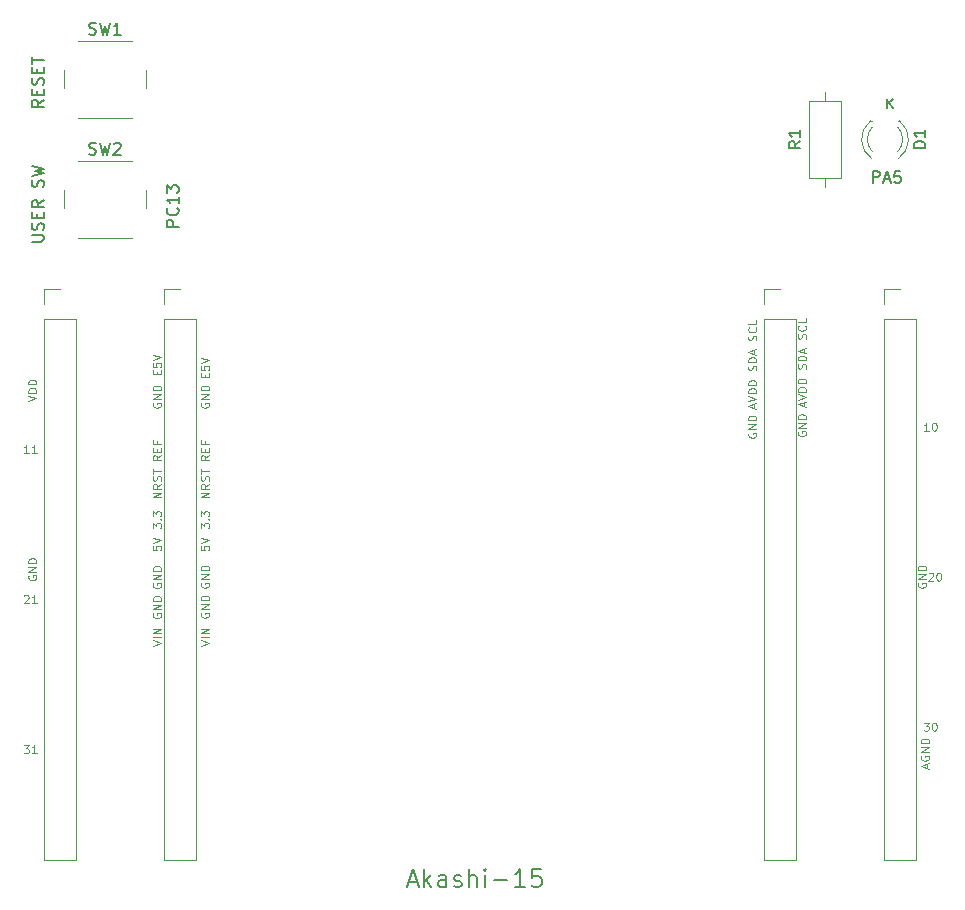
<source format=gbr>
G04 #@! TF.GenerationSoftware,KiCad,Pcbnew,7.0.2-6a45011f42~172~ubuntu22.04.1*
G04 #@! TF.CreationDate,2023-04-25T07:55:45+09:00*
G04 #@! TF.ProjectId,Akashi-15,416b6173-6869-42d3-9135-2e6b69636164,rev?*
G04 #@! TF.SameCoordinates,Original*
G04 #@! TF.FileFunction,Legend,Top*
G04 #@! TF.FilePolarity,Positive*
%FSLAX46Y46*%
G04 Gerber Fmt 4.6, Leading zero omitted, Abs format (unit mm)*
G04 Created by KiCad (PCBNEW 7.0.2-6a45011f42~172~ubuntu22.04.1) date 2023-04-25 07:55:45*
%MOMM*%
%LPD*%
G01*
G04 APERTURE LIST*
%ADD10C,0.200000*%
%ADD11C,0.120000*%
%ADD12C,0.150000*%
G04 APERTURE END LIST*
D10*
X147605714Y-137817857D02*
X148320000Y-137817857D01*
X147462857Y-138246428D02*
X147962857Y-136746428D01*
X147962857Y-136746428D02*
X148462857Y-138246428D01*
X148962856Y-138246428D02*
X148962856Y-136746428D01*
X149105714Y-137675000D02*
X149534285Y-138246428D01*
X149534285Y-137246428D02*
X148962856Y-137817857D01*
X150820000Y-138246428D02*
X150820000Y-137460714D01*
X150820000Y-137460714D02*
X150748571Y-137317857D01*
X150748571Y-137317857D02*
X150605714Y-137246428D01*
X150605714Y-137246428D02*
X150320000Y-137246428D01*
X150320000Y-137246428D02*
X150177142Y-137317857D01*
X150820000Y-138175000D02*
X150677142Y-138246428D01*
X150677142Y-138246428D02*
X150320000Y-138246428D01*
X150320000Y-138246428D02*
X150177142Y-138175000D01*
X150177142Y-138175000D02*
X150105714Y-138032142D01*
X150105714Y-138032142D02*
X150105714Y-137889285D01*
X150105714Y-137889285D02*
X150177142Y-137746428D01*
X150177142Y-137746428D02*
X150320000Y-137675000D01*
X150320000Y-137675000D02*
X150677142Y-137675000D01*
X150677142Y-137675000D02*
X150820000Y-137603571D01*
X151462857Y-138175000D02*
X151605714Y-138246428D01*
X151605714Y-138246428D02*
X151891428Y-138246428D01*
X151891428Y-138246428D02*
X152034285Y-138175000D01*
X152034285Y-138175000D02*
X152105714Y-138032142D01*
X152105714Y-138032142D02*
X152105714Y-137960714D01*
X152105714Y-137960714D02*
X152034285Y-137817857D01*
X152034285Y-137817857D02*
X151891428Y-137746428D01*
X151891428Y-137746428D02*
X151677143Y-137746428D01*
X151677143Y-137746428D02*
X151534285Y-137675000D01*
X151534285Y-137675000D02*
X151462857Y-137532142D01*
X151462857Y-137532142D02*
X151462857Y-137460714D01*
X151462857Y-137460714D02*
X151534285Y-137317857D01*
X151534285Y-137317857D02*
X151677143Y-137246428D01*
X151677143Y-137246428D02*
X151891428Y-137246428D01*
X151891428Y-137246428D02*
X152034285Y-137317857D01*
X152748571Y-138246428D02*
X152748571Y-136746428D01*
X153391429Y-138246428D02*
X153391429Y-137460714D01*
X153391429Y-137460714D02*
X153320000Y-137317857D01*
X153320000Y-137317857D02*
X153177143Y-137246428D01*
X153177143Y-137246428D02*
X152962857Y-137246428D01*
X152962857Y-137246428D02*
X152820000Y-137317857D01*
X152820000Y-137317857D02*
X152748571Y-137389285D01*
X154105714Y-138246428D02*
X154105714Y-137246428D01*
X154105714Y-136746428D02*
X154034286Y-136817857D01*
X154034286Y-136817857D02*
X154105714Y-136889285D01*
X154105714Y-136889285D02*
X154177143Y-136817857D01*
X154177143Y-136817857D02*
X154105714Y-136746428D01*
X154105714Y-136746428D02*
X154105714Y-136889285D01*
X154820000Y-137675000D02*
X155962858Y-137675000D01*
X157462858Y-138246428D02*
X156605715Y-138246428D01*
X157034286Y-138246428D02*
X157034286Y-136746428D01*
X157034286Y-136746428D02*
X156891429Y-136960714D01*
X156891429Y-136960714D02*
X156748572Y-137103571D01*
X156748572Y-137103571D02*
X156605715Y-137175000D01*
X158820000Y-136746428D02*
X158105714Y-136746428D01*
X158105714Y-136746428D02*
X158034286Y-137460714D01*
X158034286Y-137460714D02*
X158105714Y-137389285D01*
X158105714Y-137389285D02*
X158248572Y-137317857D01*
X158248572Y-137317857D02*
X158605714Y-137317857D01*
X158605714Y-137317857D02*
X158748572Y-137389285D01*
X158748572Y-137389285D02*
X158820000Y-137460714D01*
X158820000Y-137460714D02*
X158891429Y-137603571D01*
X158891429Y-137603571D02*
X158891429Y-137960714D01*
X158891429Y-137960714D02*
X158820000Y-138103571D01*
X158820000Y-138103571D02*
X158748572Y-138175000D01*
X158748572Y-138175000D02*
X158605714Y-138246428D01*
X158605714Y-138246428D02*
X158248572Y-138246428D01*
X158248572Y-138246428D02*
X158105714Y-138175000D01*
X158105714Y-138175000D02*
X158034286Y-138103571D01*
D11*
X176879333Y-97656666D02*
X176879333Y-97323333D01*
X177079333Y-97723333D02*
X176379333Y-97490000D01*
X176379333Y-97490000D02*
X177079333Y-97256666D01*
X176379333Y-97123333D02*
X177079333Y-96890000D01*
X177079333Y-96890000D02*
X176379333Y-96656666D01*
X177079333Y-96423333D02*
X176379333Y-96423333D01*
X176379333Y-96423333D02*
X176379333Y-96256666D01*
X176379333Y-96256666D02*
X176412666Y-96156666D01*
X176412666Y-96156666D02*
X176479333Y-96090000D01*
X176479333Y-96090000D02*
X176546000Y-96056666D01*
X176546000Y-96056666D02*
X176679333Y-96023333D01*
X176679333Y-96023333D02*
X176779333Y-96023333D01*
X176779333Y-96023333D02*
X176912666Y-96056666D01*
X176912666Y-96056666D02*
X176979333Y-96090000D01*
X176979333Y-96090000D02*
X177046000Y-96156666D01*
X177046000Y-96156666D02*
X177079333Y-96256666D01*
X177079333Y-96256666D02*
X177079333Y-96423333D01*
X177079333Y-95723333D02*
X176379333Y-95723333D01*
X176379333Y-95723333D02*
X176379333Y-95556666D01*
X176379333Y-95556666D02*
X176412666Y-95456666D01*
X176412666Y-95456666D02*
X176479333Y-95390000D01*
X176479333Y-95390000D02*
X176546000Y-95356666D01*
X176546000Y-95356666D02*
X176679333Y-95323333D01*
X176679333Y-95323333D02*
X176779333Y-95323333D01*
X176779333Y-95323333D02*
X176912666Y-95356666D01*
X176912666Y-95356666D02*
X176979333Y-95390000D01*
X176979333Y-95390000D02*
X177046000Y-95456666D01*
X177046000Y-95456666D02*
X177079333Y-95556666D01*
X177079333Y-95556666D02*
X177079333Y-95723333D01*
X191235000Y-124309333D02*
X191668333Y-124309333D01*
X191668333Y-124309333D02*
X191435000Y-124576000D01*
X191435000Y-124576000D02*
X191535000Y-124576000D01*
X191535000Y-124576000D02*
X191601666Y-124609333D01*
X191601666Y-124609333D02*
X191635000Y-124642666D01*
X191635000Y-124642666D02*
X191668333Y-124709333D01*
X191668333Y-124709333D02*
X191668333Y-124876000D01*
X191668333Y-124876000D02*
X191635000Y-124942666D01*
X191635000Y-124942666D02*
X191601666Y-124976000D01*
X191601666Y-124976000D02*
X191535000Y-125009333D01*
X191535000Y-125009333D02*
X191335000Y-125009333D01*
X191335000Y-125009333D02*
X191268333Y-124976000D01*
X191268333Y-124976000D02*
X191235000Y-124942666D01*
X192101667Y-124309333D02*
X192168333Y-124309333D01*
X192168333Y-124309333D02*
X192235000Y-124342666D01*
X192235000Y-124342666D02*
X192268333Y-124376000D01*
X192268333Y-124376000D02*
X192301667Y-124442666D01*
X192301667Y-124442666D02*
X192335000Y-124576000D01*
X192335000Y-124576000D02*
X192335000Y-124742666D01*
X192335000Y-124742666D02*
X192301667Y-124876000D01*
X192301667Y-124876000D02*
X192268333Y-124942666D01*
X192268333Y-124942666D02*
X192235000Y-124976000D01*
X192235000Y-124976000D02*
X192168333Y-125009333D01*
X192168333Y-125009333D02*
X192101667Y-125009333D01*
X192101667Y-125009333D02*
X192035000Y-124976000D01*
X192035000Y-124976000D02*
X192001667Y-124942666D01*
X192001667Y-124942666D02*
X191968333Y-124876000D01*
X191968333Y-124876000D02*
X191935000Y-124742666D01*
X191935000Y-124742666D02*
X191935000Y-124576000D01*
X191935000Y-124576000D02*
X191968333Y-124442666D01*
X191968333Y-124442666D02*
X192001667Y-124376000D01*
X192001667Y-124376000D02*
X192035000Y-124342666D01*
X192035000Y-124342666D02*
X192101667Y-124309333D01*
D12*
X115717619Y-83581904D02*
X116527142Y-83581904D01*
X116527142Y-83581904D02*
X116622380Y-83534285D01*
X116622380Y-83534285D02*
X116670000Y-83486666D01*
X116670000Y-83486666D02*
X116717619Y-83391428D01*
X116717619Y-83391428D02*
X116717619Y-83200952D01*
X116717619Y-83200952D02*
X116670000Y-83105714D01*
X116670000Y-83105714D02*
X116622380Y-83058095D01*
X116622380Y-83058095D02*
X116527142Y-83010476D01*
X116527142Y-83010476D02*
X115717619Y-83010476D01*
X116670000Y-82581904D02*
X116717619Y-82439047D01*
X116717619Y-82439047D02*
X116717619Y-82200952D01*
X116717619Y-82200952D02*
X116670000Y-82105714D01*
X116670000Y-82105714D02*
X116622380Y-82058095D01*
X116622380Y-82058095D02*
X116527142Y-82010476D01*
X116527142Y-82010476D02*
X116431904Y-82010476D01*
X116431904Y-82010476D02*
X116336666Y-82058095D01*
X116336666Y-82058095D02*
X116289047Y-82105714D01*
X116289047Y-82105714D02*
X116241428Y-82200952D01*
X116241428Y-82200952D02*
X116193809Y-82391428D01*
X116193809Y-82391428D02*
X116146190Y-82486666D01*
X116146190Y-82486666D02*
X116098571Y-82534285D01*
X116098571Y-82534285D02*
X116003333Y-82581904D01*
X116003333Y-82581904D02*
X115908095Y-82581904D01*
X115908095Y-82581904D02*
X115812857Y-82534285D01*
X115812857Y-82534285D02*
X115765238Y-82486666D01*
X115765238Y-82486666D02*
X115717619Y-82391428D01*
X115717619Y-82391428D02*
X115717619Y-82153333D01*
X115717619Y-82153333D02*
X115765238Y-82010476D01*
X116193809Y-81581904D02*
X116193809Y-81248571D01*
X116717619Y-81105714D02*
X116717619Y-81581904D01*
X116717619Y-81581904D02*
X115717619Y-81581904D01*
X115717619Y-81581904D02*
X115717619Y-81105714D01*
X116717619Y-80105714D02*
X116241428Y-80439047D01*
X116717619Y-80677142D02*
X115717619Y-80677142D01*
X115717619Y-80677142D02*
X115717619Y-80296190D01*
X115717619Y-80296190D02*
X115765238Y-80200952D01*
X115765238Y-80200952D02*
X115812857Y-80153333D01*
X115812857Y-80153333D02*
X115908095Y-80105714D01*
X115908095Y-80105714D02*
X116050952Y-80105714D01*
X116050952Y-80105714D02*
X116146190Y-80153333D01*
X116146190Y-80153333D02*
X116193809Y-80200952D01*
X116193809Y-80200952D02*
X116241428Y-80296190D01*
X116241428Y-80296190D02*
X116241428Y-80677142D01*
X116670000Y-78962856D02*
X116717619Y-78819999D01*
X116717619Y-78819999D02*
X116717619Y-78581904D01*
X116717619Y-78581904D02*
X116670000Y-78486666D01*
X116670000Y-78486666D02*
X116622380Y-78439047D01*
X116622380Y-78439047D02*
X116527142Y-78391428D01*
X116527142Y-78391428D02*
X116431904Y-78391428D01*
X116431904Y-78391428D02*
X116336666Y-78439047D01*
X116336666Y-78439047D02*
X116289047Y-78486666D01*
X116289047Y-78486666D02*
X116241428Y-78581904D01*
X116241428Y-78581904D02*
X116193809Y-78772380D01*
X116193809Y-78772380D02*
X116146190Y-78867618D01*
X116146190Y-78867618D02*
X116098571Y-78915237D01*
X116098571Y-78915237D02*
X116003333Y-78962856D01*
X116003333Y-78962856D02*
X115908095Y-78962856D01*
X115908095Y-78962856D02*
X115812857Y-78915237D01*
X115812857Y-78915237D02*
X115765238Y-78867618D01*
X115765238Y-78867618D02*
X115717619Y-78772380D01*
X115717619Y-78772380D02*
X115717619Y-78534285D01*
X115717619Y-78534285D02*
X115765238Y-78391428D01*
X115717619Y-78058094D02*
X116717619Y-77819999D01*
X116717619Y-77819999D02*
X116003333Y-77629523D01*
X116003333Y-77629523D02*
X116717619Y-77439047D01*
X116717619Y-77439047D02*
X115717619Y-77200952D01*
D11*
X130057666Y-112496666D02*
X130024333Y-112563333D01*
X130024333Y-112563333D02*
X130024333Y-112663333D01*
X130024333Y-112663333D02*
X130057666Y-112763333D01*
X130057666Y-112763333D02*
X130124333Y-112830000D01*
X130124333Y-112830000D02*
X130191000Y-112863333D01*
X130191000Y-112863333D02*
X130324333Y-112896666D01*
X130324333Y-112896666D02*
X130424333Y-112896666D01*
X130424333Y-112896666D02*
X130557666Y-112863333D01*
X130557666Y-112863333D02*
X130624333Y-112830000D01*
X130624333Y-112830000D02*
X130691000Y-112763333D01*
X130691000Y-112763333D02*
X130724333Y-112663333D01*
X130724333Y-112663333D02*
X130724333Y-112596666D01*
X130724333Y-112596666D02*
X130691000Y-112496666D01*
X130691000Y-112496666D02*
X130657666Y-112463333D01*
X130657666Y-112463333D02*
X130424333Y-112463333D01*
X130424333Y-112463333D02*
X130424333Y-112596666D01*
X130724333Y-112163333D02*
X130024333Y-112163333D01*
X130024333Y-112163333D02*
X130724333Y-111763333D01*
X130724333Y-111763333D02*
X130024333Y-111763333D01*
X130724333Y-111430000D02*
X130024333Y-111430000D01*
X130024333Y-111430000D02*
X130024333Y-111263333D01*
X130024333Y-111263333D02*
X130057666Y-111163333D01*
X130057666Y-111163333D02*
X130124333Y-111096667D01*
X130124333Y-111096667D02*
X130191000Y-111063333D01*
X130191000Y-111063333D02*
X130324333Y-111030000D01*
X130324333Y-111030000D02*
X130424333Y-111030000D01*
X130424333Y-111030000D02*
X130557666Y-111063333D01*
X130557666Y-111063333D02*
X130624333Y-111096667D01*
X130624333Y-111096667D02*
X130691000Y-111163333D01*
X130691000Y-111163333D02*
X130724333Y-111263333D01*
X130724333Y-111263333D02*
X130724333Y-111430000D01*
X130057666Y-115036666D02*
X130024333Y-115103333D01*
X130024333Y-115103333D02*
X130024333Y-115203333D01*
X130024333Y-115203333D02*
X130057666Y-115303333D01*
X130057666Y-115303333D02*
X130124333Y-115370000D01*
X130124333Y-115370000D02*
X130191000Y-115403333D01*
X130191000Y-115403333D02*
X130324333Y-115436666D01*
X130324333Y-115436666D02*
X130424333Y-115436666D01*
X130424333Y-115436666D02*
X130557666Y-115403333D01*
X130557666Y-115403333D02*
X130624333Y-115370000D01*
X130624333Y-115370000D02*
X130691000Y-115303333D01*
X130691000Y-115303333D02*
X130724333Y-115203333D01*
X130724333Y-115203333D02*
X130724333Y-115136666D01*
X130724333Y-115136666D02*
X130691000Y-115036666D01*
X130691000Y-115036666D02*
X130657666Y-115003333D01*
X130657666Y-115003333D02*
X130424333Y-115003333D01*
X130424333Y-115003333D02*
X130424333Y-115136666D01*
X130724333Y-114703333D02*
X130024333Y-114703333D01*
X130024333Y-114703333D02*
X130724333Y-114303333D01*
X130724333Y-114303333D02*
X130024333Y-114303333D01*
X130724333Y-113970000D02*
X130024333Y-113970000D01*
X130024333Y-113970000D02*
X130024333Y-113803333D01*
X130024333Y-113803333D02*
X130057666Y-113703333D01*
X130057666Y-113703333D02*
X130124333Y-113636667D01*
X130124333Y-113636667D02*
X130191000Y-113603333D01*
X130191000Y-113603333D02*
X130324333Y-113570000D01*
X130324333Y-113570000D02*
X130424333Y-113570000D01*
X130424333Y-113570000D02*
X130557666Y-113603333D01*
X130557666Y-113603333D02*
X130624333Y-113636667D01*
X130624333Y-113636667D02*
X130691000Y-113703333D01*
X130691000Y-113703333D02*
X130724333Y-113803333D01*
X130724333Y-113803333D02*
X130724333Y-113970000D01*
X130024333Y-117789333D02*
X130724333Y-117556000D01*
X130724333Y-117556000D02*
X130024333Y-117322666D01*
X130724333Y-117089333D02*
X130024333Y-117089333D01*
X130724333Y-116756000D02*
X130024333Y-116756000D01*
X130024333Y-116756000D02*
X130724333Y-116356000D01*
X130724333Y-116356000D02*
X130024333Y-116356000D01*
X130724333Y-105243333D02*
X130024333Y-105243333D01*
X130024333Y-105243333D02*
X130724333Y-104843333D01*
X130724333Y-104843333D02*
X130024333Y-104843333D01*
X130724333Y-104110000D02*
X130391000Y-104343333D01*
X130724333Y-104510000D02*
X130024333Y-104510000D01*
X130024333Y-104510000D02*
X130024333Y-104243333D01*
X130024333Y-104243333D02*
X130057666Y-104176667D01*
X130057666Y-104176667D02*
X130091000Y-104143333D01*
X130091000Y-104143333D02*
X130157666Y-104110000D01*
X130157666Y-104110000D02*
X130257666Y-104110000D01*
X130257666Y-104110000D02*
X130324333Y-104143333D01*
X130324333Y-104143333D02*
X130357666Y-104176667D01*
X130357666Y-104176667D02*
X130391000Y-104243333D01*
X130391000Y-104243333D02*
X130391000Y-104510000D01*
X130691000Y-103843333D02*
X130724333Y-103743333D01*
X130724333Y-103743333D02*
X130724333Y-103576667D01*
X130724333Y-103576667D02*
X130691000Y-103510000D01*
X130691000Y-103510000D02*
X130657666Y-103476667D01*
X130657666Y-103476667D02*
X130591000Y-103443333D01*
X130591000Y-103443333D02*
X130524333Y-103443333D01*
X130524333Y-103443333D02*
X130457666Y-103476667D01*
X130457666Y-103476667D02*
X130424333Y-103510000D01*
X130424333Y-103510000D02*
X130391000Y-103576667D01*
X130391000Y-103576667D02*
X130357666Y-103710000D01*
X130357666Y-103710000D02*
X130324333Y-103776667D01*
X130324333Y-103776667D02*
X130291000Y-103810000D01*
X130291000Y-103810000D02*
X130224333Y-103843333D01*
X130224333Y-103843333D02*
X130157666Y-103843333D01*
X130157666Y-103843333D02*
X130091000Y-103810000D01*
X130091000Y-103810000D02*
X130057666Y-103776667D01*
X130057666Y-103776667D02*
X130024333Y-103710000D01*
X130024333Y-103710000D02*
X130024333Y-103543333D01*
X130024333Y-103543333D02*
X130057666Y-103443333D01*
X130024333Y-103243333D02*
X130024333Y-102843333D01*
X130724333Y-103043333D02*
X130024333Y-103043333D01*
X115035000Y-126214333D02*
X115468333Y-126214333D01*
X115468333Y-126214333D02*
X115235000Y-126481000D01*
X115235000Y-126481000D02*
X115335000Y-126481000D01*
X115335000Y-126481000D02*
X115401666Y-126514333D01*
X115401666Y-126514333D02*
X115435000Y-126547666D01*
X115435000Y-126547666D02*
X115468333Y-126614333D01*
X115468333Y-126614333D02*
X115468333Y-126781000D01*
X115468333Y-126781000D02*
X115435000Y-126847666D01*
X115435000Y-126847666D02*
X115401666Y-126881000D01*
X115401666Y-126881000D02*
X115335000Y-126914333D01*
X115335000Y-126914333D02*
X115135000Y-126914333D01*
X115135000Y-126914333D02*
X115068333Y-126881000D01*
X115068333Y-126881000D02*
X115035000Y-126847666D01*
X116135000Y-126914333D02*
X115735000Y-126914333D01*
X115935000Y-126914333D02*
X115935000Y-126214333D01*
X115935000Y-126214333D02*
X115868333Y-126314333D01*
X115868333Y-126314333D02*
X115801667Y-126381000D01*
X115801667Y-126381000D02*
X115735000Y-126414333D01*
D12*
X128147619Y-82311904D02*
X127147619Y-82311904D01*
X127147619Y-82311904D02*
X127147619Y-81930952D01*
X127147619Y-81930952D02*
X127195238Y-81835714D01*
X127195238Y-81835714D02*
X127242857Y-81788095D01*
X127242857Y-81788095D02*
X127338095Y-81740476D01*
X127338095Y-81740476D02*
X127480952Y-81740476D01*
X127480952Y-81740476D02*
X127576190Y-81788095D01*
X127576190Y-81788095D02*
X127623809Y-81835714D01*
X127623809Y-81835714D02*
X127671428Y-81930952D01*
X127671428Y-81930952D02*
X127671428Y-82311904D01*
X128052380Y-80740476D02*
X128100000Y-80788095D01*
X128100000Y-80788095D02*
X128147619Y-80930952D01*
X128147619Y-80930952D02*
X128147619Y-81026190D01*
X128147619Y-81026190D02*
X128100000Y-81169047D01*
X128100000Y-81169047D02*
X128004761Y-81264285D01*
X128004761Y-81264285D02*
X127909523Y-81311904D01*
X127909523Y-81311904D02*
X127719047Y-81359523D01*
X127719047Y-81359523D02*
X127576190Y-81359523D01*
X127576190Y-81359523D02*
X127385714Y-81311904D01*
X127385714Y-81311904D02*
X127290476Y-81264285D01*
X127290476Y-81264285D02*
X127195238Y-81169047D01*
X127195238Y-81169047D02*
X127147619Y-81026190D01*
X127147619Y-81026190D02*
X127147619Y-80930952D01*
X127147619Y-80930952D02*
X127195238Y-80788095D01*
X127195238Y-80788095D02*
X127242857Y-80740476D01*
X128147619Y-79788095D02*
X128147619Y-80359523D01*
X128147619Y-80073809D02*
X127147619Y-80073809D01*
X127147619Y-80073809D02*
X127290476Y-80169047D01*
X127290476Y-80169047D02*
X127385714Y-80264285D01*
X127385714Y-80264285D02*
X127433333Y-80359523D01*
X127147619Y-79454761D02*
X127147619Y-78835714D01*
X127147619Y-78835714D02*
X127528571Y-79169047D01*
X127528571Y-79169047D02*
X127528571Y-79026190D01*
X127528571Y-79026190D02*
X127576190Y-78930952D01*
X127576190Y-78930952D02*
X127623809Y-78883333D01*
X127623809Y-78883333D02*
X127719047Y-78835714D01*
X127719047Y-78835714D02*
X127957142Y-78835714D01*
X127957142Y-78835714D02*
X128052380Y-78883333D01*
X128052380Y-78883333D02*
X128100000Y-78930952D01*
X128100000Y-78930952D02*
X128147619Y-79026190D01*
X128147619Y-79026190D02*
X128147619Y-79311904D01*
X128147619Y-79311904D02*
X128100000Y-79407142D01*
X128100000Y-79407142D02*
X128052380Y-79454761D01*
D11*
X181237000Y-91814666D02*
X181270333Y-91714666D01*
X181270333Y-91714666D02*
X181270333Y-91548000D01*
X181270333Y-91548000D02*
X181237000Y-91481333D01*
X181237000Y-91481333D02*
X181203666Y-91448000D01*
X181203666Y-91448000D02*
X181137000Y-91414666D01*
X181137000Y-91414666D02*
X181070333Y-91414666D01*
X181070333Y-91414666D02*
X181003666Y-91448000D01*
X181003666Y-91448000D02*
X180970333Y-91481333D01*
X180970333Y-91481333D02*
X180937000Y-91548000D01*
X180937000Y-91548000D02*
X180903666Y-91681333D01*
X180903666Y-91681333D02*
X180870333Y-91748000D01*
X180870333Y-91748000D02*
X180837000Y-91781333D01*
X180837000Y-91781333D02*
X180770333Y-91814666D01*
X180770333Y-91814666D02*
X180703666Y-91814666D01*
X180703666Y-91814666D02*
X180637000Y-91781333D01*
X180637000Y-91781333D02*
X180603666Y-91748000D01*
X180603666Y-91748000D02*
X180570333Y-91681333D01*
X180570333Y-91681333D02*
X180570333Y-91514666D01*
X180570333Y-91514666D02*
X180603666Y-91414666D01*
X181203666Y-90714666D02*
X181237000Y-90747999D01*
X181237000Y-90747999D02*
X181270333Y-90847999D01*
X181270333Y-90847999D02*
X181270333Y-90914666D01*
X181270333Y-90914666D02*
X181237000Y-91014666D01*
X181237000Y-91014666D02*
X181170333Y-91081333D01*
X181170333Y-91081333D02*
X181103666Y-91114666D01*
X181103666Y-91114666D02*
X180970333Y-91147999D01*
X180970333Y-91147999D02*
X180870333Y-91147999D01*
X180870333Y-91147999D02*
X180737000Y-91114666D01*
X180737000Y-91114666D02*
X180670333Y-91081333D01*
X180670333Y-91081333D02*
X180603666Y-91014666D01*
X180603666Y-91014666D02*
X180570333Y-90914666D01*
X180570333Y-90914666D02*
X180570333Y-90847999D01*
X180570333Y-90847999D02*
X180603666Y-90747999D01*
X180603666Y-90747999D02*
X180637000Y-90714666D01*
X181270333Y-90081333D02*
X181270333Y-90414666D01*
X181270333Y-90414666D02*
X180570333Y-90414666D01*
X126660333Y-105243333D02*
X125960333Y-105243333D01*
X125960333Y-105243333D02*
X126660333Y-104843333D01*
X126660333Y-104843333D02*
X125960333Y-104843333D01*
X126660333Y-104110000D02*
X126327000Y-104343333D01*
X126660333Y-104510000D02*
X125960333Y-104510000D01*
X125960333Y-104510000D02*
X125960333Y-104243333D01*
X125960333Y-104243333D02*
X125993666Y-104176667D01*
X125993666Y-104176667D02*
X126027000Y-104143333D01*
X126027000Y-104143333D02*
X126093666Y-104110000D01*
X126093666Y-104110000D02*
X126193666Y-104110000D01*
X126193666Y-104110000D02*
X126260333Y-104143333D01*
X126260333Y-104143333D02*
X126293666Y-104176667D01*
X126293666Y-104176667D02*
X126327000Y-104243333D01*
X126327000Y-104243333D02*
X126327000Y-104510000D01*
X126627000Y-103843333D02*
X126660333Y-103743333D01*
X126660333Y-103743333D02*
X126660333Y-103576667D01*
X126660333Y-103576667D02*
X126627000Y-103510000D01*
X126627000Y-103510000D02*
X126593666Y-103476667D01*
X126593666Y-103476667D02*
X126527000Y-103443333D01*
X126527000Y-103443333D02*
X126460333Y-103443333D01*
X126460333Y-103443333D02*
X126393666Y-103476667D01*
X126393666Y-103476667D02*
X126360333Y-103510000D01*
X126360333Y-103510000D02*
X126327000Y-103576667D01*
X126327000Y-103576667D02*
X126293666Y-103710000D01*
X126293666Y-103710000D02*
X126260333Y-103776667D01*
X126260333Y-103776667D02*
X126227000Y-103810000D01*
X126227000Y-103810000D02*
X126160333Y-103843333D01*
X126160333Y-103843333D02*
X126093666Y-103843333D01*
X126093666Y-103843333D02*
X126027000Y-103810000D01*
X126027000Y-103810000D02*
X125993666Y-103776667D01*
X125993666Y-103776667D02*
X125960333Y-103710000D01*
X125960333Y-103710000D02*
X125960333Y-103543333D01*
X125960333Y-103543333D02*
X125993666Y-103443333D01*
X125960333Y-103243333D02*
X125960333Y-102843333D01*
X126660333Y-103043333D02*
X125960333Y-103043333D01*
X181070333Y-97529666D02*
X181070333Y-97196333D01*
X181270333Y-97596333D02*
X180570333Y-97363000D01*
X180570333Y-97363000D02*
X181270333Y-97129666D01*
X180570333Y-96996333D02*
X181270333Y-96763000D01*
X181270333Y-96763000D02*
X180570333Y-96529666D01*
X181270333Y-96296333D02*
X180570333Y-96296333D01*
X180570333Y-96296333D02*
X180570333Y-96129666D01*
X180570333Y-96129666D02*
X180603666Y-96029666D01*
X180603666Y-96029666D02*
X180670333Y-95963000D01*
X180670333Y-95963000D02*
X180737000Y-95929666D01*
X180737000Y-95929666D02*
X180870333Y-95896333D01*
X180870333Y-95896333D02*
X180970333Y-95896333D01*
X180970333Y-95896333D02*
X181103666Y-95929666D01*
X181103666Y-95929666D02*
X181170333Y-95963000D01*
X181170333Y-95963000D02*
X181237000Y-96029666D01*
X181237000Y-96029666D02*
X181270333Y-96129666D01*
X181270333Y-96129666D02*
X181270333Y-96296333D01*
X181270333Y-95596333D02*
X180570333Y-95596333D01*
X180570333Y-95596333D02*
X180570333Y-95429666D01*
X180570333Y-95429666D02*
X180603666Y-95329666D01*
X180603666Y-95329666D02*
X180670333Y-95263000D01*
X180670333Y-95263000D02*
X180737000Y-95229666D01*
X180737000Y-95229666D02*
X180870333Y-95196333D01*
X180870333Y-95196333D02*
X180970333Y-95196333D01*
X180970333Y-95196333D02*
X181103666Y-95229666D01*
X181103666Y-95229666D02*
X181170333Y-95263000D01*
X181170333Y-95263000D02*
X181237000Y-95329666D01*
X181237000Y-95329666D02*
X181270333Y-95429666D01*
X181270333Y-95429666D02*
X181270333Y-95596333D01*
X126660333Y-101668333D02*
X126327000Y-101901666D01*
X126660333Y-102068333D02*
X125960333Y-102068333D01*
X125960333Y-102068333D02*
X125960333Y-101801666D01*
X125960333Y-101801666D02*
X125993666Y-101735000D01*
X125993666Y-101735000D02*
X126027000Y-101701666D01*
X126027000Y-101701666D02*
X126093666Y-101668333D01*
X126093666Y-101668333D02*
X126193666Y-101668333D01*
X126193666Y-101668333D02*
X126260333Y-101701666D01*
X126260333Y-101701666D02*
X126293666Y-101735000D01*
X126293666Y-101735000D02*
X126327000Y-101801666D01*
X126327000Y-101801666D02*
X126327000Y-102068333D01*
X126293666Y-101368333D02*
X126293666Y-101135000D01*
X126660333Y-101035000D02*
X126660333Y-101368333D01*
X126660333Y-101368333D02*
X125960333Y-101368333D01*
X125960333Y-101368333D02*
X125960333Y-101035000D01*
X126293666Y-100501667D02*
X126293666Y-100735000D01*
X126660333Y-100735000D02*
X125960333Y-100735000D01*
X125960333Y-100735000D02*
X125960333Y-100401667D01*
X115419333Y-97088333D02*
X116119333Y-96855000D01*
X116119333Y-96855000D02*
X115419333Y-96621666D01*
X116119333Y-96388333D02*
X115419333Y-96388333D01*
X115419333Y-96388333D02*
X115419333Y-96221666D01*
X115419333Y-96221666D02*
X115452666Y-96121666D01*
X115452666Y-96121666D02*
X115519333Y-96055000D01*
X115519333Y-96055000D02*
X115586000Y-96021666D01*
X115586000Y-96021666D02*
X115719333Y-95988333D01*
X115719333Y-95988333D02*
X115819333Y-95988333D01*
X115819333Y-95988333D02*
X115952666Y-96021666D01*
X115952666Y-96021666D02*
X116019333Y-96055000D01*
X116019333Y-96055000D02*
X116086000Y-96121666D01*
X116086000Y-96121666D02*
X116119333Y-96221666D01*
X116119333Y-96221666D02*
X116119333Y-96388333D01*
X116119333Y-95688333D02*
X115419333Y-95688333D01*
X115419333Y-95688333D02*
X115419333Y-95521666D01*
X115419333Y-95521666D02*
X115452666Y-95421666D01*
X115452666Y-95421666D02*
X115519333Y-95355000D01*
X115519333Y-95355000D02*
X115586000Y-95321666D01*
X115586000Y-95321666D02*
X115719333Y-95288333D01*
X115719333Y-95288333D02*
X115819333Y-95288333D01*
X115819333Y-95288333D02*
X115952666Y-95321666D01*
X115952666Y-95321666D02*
X116019333Y-95355000D01*
X116019333Y-95355000D02*
X116086000Y-95421666D01*
X116086000Y-95421666D02*
X116119333Y-95521666D01*
X116119333Y-95521666D02*
X116119333Y-95688333D01*
X125993666Y-115066666D02*
X125960333Y-115133333D01*
X125960333Y-115133333D02*
X125960333Y-115233333D01*
X125960333Y-115233333D02*
X125993666Y-115333333D01*
X125993666Y-115333333D02*
X126060333Y-115400000D01*
X126060333Y-115400000D02*
X126127000Y-115433333D01*
X126127000Y-115433333D02*
X126260333Y-115466666D01*
X126260333Y-115466666D02*
X126360333Y-115466666D01*
X126360333Y-115466666D02*
X126493666Y-115433333D01*
X126493666Y-115433333D02*
X126560333Y-115400000D01*
X126560333Y-115400000D02*
X126627000Y-115333333D01*
X126627000Y-115333333D02*
X126660333Y-115233333D01*
X126660333Y-115233333D02*
X126660333Y-115166666D01*
X126660333Y-115166666D02*
X126627000Y-115066666D01*
X126627000Y-115066666D02*
X126593666Y-115033333D01*
X126593666Y-115033333D02*
X126360333Y-115033333D01*
X126360333Y-115033333D02*
X126360333Y-115166666D01*
X126660333Y-114733333D02*
X125960333Y-114733333D01*
X125960333Y-114733333D02*
X126660333Y-114333333D01*
X126660333Y-114333333D02*
X125960333Y-114333333D01*
X126660333Y-114000000D02*
X125960333Y-114000000D01*
X125960333Y-114000000D02*
X125960333Y-113833333D01*
X125960333Y-113833333D02*
X125993666Y-113733333D01*
X125993666Y-113733333D02*
X126060333Y-113666667D01*
X126060333Y-113666667D02*
X126127000Y-113633333D01*
X126127000Y-113633333D02*
X126260333Y-113600000D01*
X126260333Y-113600000D02*
X126360333Y-113600000D01*
X126360333Y-113600000D02*
X126493666Y-113633333D01*
X126493666Y-113633333D02*
X126560333Y-113666667D01*
X126560333Y-113666667D02*
X126627000Y-113733333D01*
X126627000Y-113733333D02*
X126660333Y-113833333D01*
X126660333Y-113833333D02*
X126660333Y-114000000D01*
X126293666Y-94829333D02*
X126293666Y-94596000D01*
X126660333Y-94496000D02*
X126660333Y-94829333D01*
X126660333Y-94829333D02*
X125960333Y-94829333D01*
X125960333Y-94829333D02*
X125960333Y-94496000D01*
X125960333Y-93862667D02*
X125960333Y-94196000D01*
X125960333Y-94196000D02*
X126293666Y-94229333D01*
X126293666Y-94229333D02*
X126260333Y-94196000D01*
X126260333Y-94196000D02*
X126227000Y-94129333D01*
X126227000Y-94129333D02*
X126227000Y-93962667D01*
X126227000Y-93962667D02*
X126260333Y-93896000D01*
X126260333Y-93896000D02*
X126293666Y-93862667D01*
X126293666Y-93862667D02*
X126360333Y-93829333D01*
X126360333Y-93829333D02*
X126527000Y-93829333D01*
X126527000Y-93829333D02*
X126593666Y-93862667D01*
X126593666Y-93862667D02*
X126627000Y-93896000D01*
X126627000Y-93896000D02*
X126660333Y-93962667D01*
X126660333Y-93962667D02*
X126660333Y-94129333D01*
X126660333Y-94129333D02*
X126627000Y-94196000D01*
X126627000Y-94196000D02*
X126593666Y-94229333D01*
X125960333Y-93629333D02*
X126660333Y-93396000D01*
X126660333Y-93396000D02*
X125960333Y-93162666D01*
X181237000Y-94354666D02*
X181270333Y-94254666D01*
X181270333Y-94254666D02*
X181270333Y-94088000D01*
X181270333Y-94088000D02*
X181237000Y-94021333D01*
X181237000Y-94021333D02*
X181203666Y-93988000D01*
X181203666Y-93988000D02*
X181137000Y-93954666D01*
X181137000Y-93954666D02*
X181070333Y-93954666D01*
X181070333Y-93954666D02*
X181003666Y-93988000D01*
X181003666Y-93988000D02*
X180970333Y-94021333D01*
X180970333Y-94021333D02*
X180937000Y-94088000D01*
X180937000Y-94088000D02*
X180903666Y-94221333D01*
X180903666Y-94221333D02*
X180870333Y-94288000D01*
X180870333Y-94288000D02*
X180837000Y-94321333D01*
X180837000Y-94321333D02*
X180770333Y-94354666D01*
X180770333Y-94354666D02*
X180703666Y-94354666D01*
X180703666Y-94354666D02*
X180637000Y-94321333D01*
X180637000Y-94321333D02*
X180603666Y-94288000D01*
X180603666Y-94288000D02*
X180570333Y-94221333D01*
X180570333Y-94221333D02*
X180570333Y-94054666D01*
X180570333Y-94054666D02*
X180603666Y-93954666D01*
X181270333Y-93654666D02*
X180570333Y-93654666D01*
X180570333Y-93654666D02*
X180570333Y-93487999D01*
X180570333Y-93487999D02*
X180603666Y-93387999D01*
X180603666Y-93387999D02*
X180670333Y-93321333D01*
X180670333Y-93321333D02*
X180737000Y-93287999D01*
X180737000Y-93287999D02*
X180870333Y-93254666D01*
X180870333Y-93254666D02*
X180970333Y-93254666D01*
X180970333Y-93254666D02*
X181103666Y-93287999D01*
X181103666Y-93287999D02*
X181170333Y-93321333D01*
X181170333Y-93321333D02*
X181237000Y-93387999D01*
X181237000Y-93387999D02*
X181270333Y-93487999D01*
X181270333Y-93487999D02*
X181270333Y-93654666D01*
X181070333Y-92987999D02*
X181070333Y-92654666D01*
X181270333Y-93054666D02*
X180570333Y-92821333D01*
X180570333Y-92821333D02*
X181270333Y-92587999D01*
X130057666Y-97256666D02*
X130024333Y-97323333D01*
X130024333Y-97323333D02*
X130024333Y-97423333D01*
X130024333Y-97423333D02*
X130057666Y-97523333D01*
X130057666Y-97523333D02*
X130124333Y-97590000D01*
X130124333Y-97590000D02*
X130191000Y-97623333D01*
X130191000Y-97623333D02*
X130324333Y-97656666D01*
X130324333Y-97656666D02*
X130424333Y-97656666D01*
X130424333Y-97656666D02*
X130557666Y-97623333D01*
X130557666Y-97623333D02*
X130624333Y-97590000D01*
X130624333Y-97590000D02*
X130691000Y-97523333D01*
X130691000Y-97523333D02*
X130724333Y-97423333D01*
X130724333Y-97423333D02*
X130724333Y-97356666D01*
X130724333Y-97356666D02*
X130691000Y-97256666D01*
X130691000Y-97256666D02*
X130657666Y-97223333D01*
X130657666Y-97223333D02*
X130424333Y-97223333D01*
X130424333Y-97223333D02*
X130424333Y-97356666D01*
X130724333Y-96923333D02*
X130024333Y-96923333D01*
X130024333Y-96923333D02*
X130724333Y-96523333D01*
X130724333Y-96523333D02*
X130024333Y-96523333D01*
X130724333Y-96190000D02*
X130024333Y-96190000D01*
X130024333Y-96190000D02*
X130024333Y-96023333D01*
X130024333Y-96023333D02*
X130057666Y-95923333D01*
X130057666Y-95923333D02*
X130124333Y-95856667D01*
X130124333Y-95856667D02*
X130191000Y-95823333D01*
X130191000Y-95823333D02*
X130324333Y-95790000D01*
X130324333Y-95790000D02*
X130424333Y-95790000D01*
X130424333Y-95790000D02*
X130557666Y-95823333D01*
X130557666Y-95823333D02*
X130624333Y-95856667D01*
X130624333Y-95856667D02*
X130691000Y-95923333D01*
X130691000Y-95923333D02*
X130724333Y-96023333D01*
X130724333Y-96023333D02*
X130724333Y-96190000D01*
X177046000Y-94481666D02*
X177079333Y-94381666D01*
X177079333Y-94381666D02*
X177079333Y-94215000D01*
X177079333Y-94215000D02*
X177046000Y-94148333D01*
X177046000Y-94148333D02*
X177012666Y-94115000D01*
X177012666Y-94115000D02*
X176946000Y-94081666D01*
X176946000Y-94081666D02*
X176879333Y-94081666D01*
X176879333Y-94081666D02*
X176812666Y-94115000D01*
X176812666Y-94115000D02*
X176779333Y-94148333D01*
X176779333Y-94148333D02*
X176746000Y-94215000D01*
X176746000Y-94215000D02*
X176712666Y-94348333D01*
X176712666Y-94348333D02*
X176679333Y-94415000D01*
X176679333Y-94415000D02*
X176646000Y-94448333D01*
X176646000Y-94448333D02*
X176579333Y-94481666D01*
X176579333Y-94481666D02*
X176512666Y-94481666D01*
X176512666Y-94481666D02*
X176446000Y-94448333D01*
X176446000Y-94448333D02*
X176412666Y-94415000D01*
X176412666Y-94415000D02*
X176379333Y-94348333D01*
X176379333Y-94348333D02*
X176379333Y-94181666D01*
X176379333Y-94181666D02*
X176412666Y-94081666D01*
X177079333Y-93781666D02*
X176379333Y-93781666D01*
X176379333Y-93781666D02*
X176379333Y-93614999D01*
X176379333Y-93614999D02*
X176412666Y-93514999D01*
X176412666Y-93514999D02*
X176479333Y-93448333D01*
X176479333Y-93448333D02*
X176546000Y-93414999D01*
X176546000Y-93414999D02*
X176679333Y-93381666D01*
X176679333Y-93381666D02*
X176779333Y-93381666D01*
X176779333Y-93381666D02*
X176912666Y-93414999D01*
X176912666Y-93414999D02*
X176979333Y-93448333D01*
X176979333Y-93448333D02*
X177046000Y-93514999D01*
X177046000Y-93514999D02*
X177079333Y-93614999D01*
X177079333Y-93614999D02*
X177079333Y-93781666D01*
X176879333Y-93114999D02*
X176879333Y-92781666D01*
X177079333Y-93181666D02*
X176379333Y-92948333D01*
X176379333Y-92948333D02*
X177079333Y-92714999D01*
X115468333Y-101514333D02*
X115068333Y-101514333D01*
X115268333Y-101514333D02*
X115268333Y-100814333D01*
X115268333Y-100814333D02*
X115201666Y-100914333D01*
X115201666Y-100914333D02*
X115135000Y-100981000D01*
X115135000Y-100981000D02*
X115068333Y-101014333D01*
X116135000Y-101514333D02*
X115735000Y-101514333D01*
X115935000Y-101514333D02*
X115935000Y-100814333D01*
X115935000Y-100814333D02*
X115868333Y-100914333D01*
X115868333Y-100914333D02*
X115801667Y-100981000D01*
X115801667Y-100981000D02*
X115735000Y-101014333D01*
X191484333Y-128136666D02*
X191484333Y-127803333D01*
X191684333Y-128203333D02*
X190984333Y-127970000D01*
X190984333Y-127970000D02*
X191684333Y-127736666D01*
X191017666Y-127136666D02*
X190984333Y-127203333D01*
X190984333Y-127203333D02*
X190984333Y-127303333D01*
X190984333Y-127303333D02*
X191017666Y-127403333D01*
X191017666Y-127403333D02*
X191084333Y-127470000D01*
X191084333Y-127470000D02*
X191151000Y-127503333D01*
X191151000Y-127503333D02*
X191284333Y-127536666D01*
X191284333Y-127536666D02*
X191384333Y-127536666D01*
X191384333Y-127536666D02*
X191517666Y-127503333D01*
X191517666Y-127503333D02*
X191584333Y-127470000D01*
X191584333Y-127470000D02*
X191651000Y-127403333D01*
X191651000Y-127403333D02*
X191684333Y-127303333D01*
X191684333Y-127303333D02*
X191684333Y-127236666D01*
X191684333Y-127236666D02*
X191651000Y-127136666D01*
X191651000Y-127136666D02*
X191617666Y-127103333D01*
X191617666Y-127103333D02*
X191384333Y-127103333D01*
X191384333Y-127103333D02*
X191384333Y-127236666D01*
X191684333Y-126803333D02*
X190984333Y-126803333D01*
X190984333Y-126803333D02*
X191684333Y-126403333D01*
X191684333Y-126403333D02*
X190984333Y-126403333D01*
X191684333Y-126070000D02*
X190984333Y-126070000D01*
X190984333Y-126070000D02*
X190984333Y-125903333D01*
X190984333Y-125903333D02*
X191017666Y-125803333D01*
X191017666Y-125803333D02*
X191084333Y-125736667D01*
X191084333Y-125736667D02*
X191151000Y-125703333D01*
X191151000Y-125703333D02*
X191284333Y-125670000D01*
X191284333Y-125670000D02*
X191384333Y-125670000D01*
X191384333Y-125670000D02*
X191517666Y-125703333D01*
X191517666Y-125703333D02*
X191584333Y-125736667D01*
X191584333Y-125736667D02*
X191651000Y-125803333D01*
X191651000Y-125803333D02*
X191684333Y-125903333D01*
X191684333Y-125903333D02*
X191684333Y-126070000D01*
X176412666Y-99796666D02*
X176379333Y-99863333D01*
X176379333Y-99863333D02*
X176379333Y-99963333D01*
X176379333Y-99963333D02*
X176412666Y-100063333D01*
X176412666Y-100063333D02*
X176479333Y-100130000D01*
X176479333Y-100130000D02*
X176546000Y-100163333D01*
X176546000Y-100163333D02*
X176679333Y-100196666D01*
X176679333Y-100196666D02*
X176779333Y-100196666D01*
X176779333Y-100196666D02*
X176912666Y-100163333D01*
X176912666Y-100163333D02*
X176979333Y-100130000D01*
X176979333Y-100130000D02*
X177046000Y-100063333D01*
X177046000Y-100063333D02*
X177079333Y-99963333D01*
X177079333Y-99963333D02*
X177079333Y-99896666D01*
X177079333Y-99896666D02*
X177046000Y-99796666D01*
X177046000Y-99796666D02*
X177012666Y-99763333D01*
X177012666Y-99763333D02*
X176779333Y-99763333D01*
X176779333Y-99763333D02*
X176779333Y-99896666D01*
X177079333Y-99463333D02*
X176379333Y-99463333D01*
X176379333Y-99463333D02*
X177079333Y-99063333D01*
X177079333Y-99063333D02*
X176379333Y-99063333D01*
X177079333Y-98730000D02*
X176379333Y-98730000D01*
X176379333Y-98730000D02*
X176379333Y-98563333D01*
X176379333Y-98563333D02*
X176412666Y-98463333D01*
X176412666Y-98463333D02*
X176479333Y-98396667D01*
X176479333Y-98396667D02*
X176546000Y-98363333D01*
X176546000Y-98363333D02*
X176679333Y-98330000D01*
X176679333Y-98330000D02*
X176779333Y-98330000D01*
X176779333Y-98330000D02*
X176912666Y-98363333D01*
X176912666Y-98363333D02*
X176979333Y-98396667D01*
X176979333Y-98396667D02*
X177046000Y-98463333D01*
X177046000Y-98463333D02*
X177079333Y-98563333D01*
X177079333Y-98563333D02*
X177079333Y-98730000D01*
X191668333Y-99609333D02*
X191268333Y-99609333D01*
X191468333Y-99609333D02*
X191468333Y-98909333D01*
X191468333Y-98909333D02*
X191401666Y-99009333D01*
X191401666Y-99009333D02*
X191335000Y-99076000D01*
X191335000Y-99076000D02*
X191268333Y-99109333D01*
X192101667Y-98909333D02*
X192168333Y-98909333D01*
X192168333Y-98909333D02*
X192235000Y-98942666D01*
X192235000Y-98942666D02*
X192268333Y-98976000D01*
X192268333Y-98976000D02*
X192301667Y-99042666D01*
X192301667Y-99042666D02*
X192335000Y-99176000D01*
X192335000Y-99176000D02*
X192335000Y-99342666D01*
X192335000Y-99342666D02*
X192301667Y-99476000D01*
X192301667Y-99476000D02*
X192268333Y-99542666D01*
X192268333Y-99542666D02*
X192235000Y-99576000D01*
X192235000Y-99576000D02*
X192168333Y-99609333D01*
X192168333Y-99609333D02*
X192101667Y-99609333D01*
X192101667Y-99609333D02*
X192035000Y-99576000D01*
X192035000Y-99576000D02*
X192001667Y-99542666D01*
X192001667Y-99542666D02*
X191968333Y-99476000D01*
X191968333Y-99476000D02*
X191935000Y-99342666D01*
X191935000Y-99342666D02*
X191935000Y-99176000D01*
X191935000Y-99176000D02*
X191968333Y-99042666D01*
X191968333Y-99042666D02*
X192001667Y-98976000D01*
X192001667Y-98976000D02*
X192035000Y-98942666D01*
X192035000Y-98942666D02*
X192101667Y-98909333D01*
D12*
X186928095Y-78617619D02*
X186928095Y-77617619D01*
X186928095Y-77617619D02*
X187309047Y-77617619D01*
X187309047Y-77617619D02*
X187404285Y-77665238D01*
X187404285Y-77665238D02*
X187451904Y-77712857D01*
X187451904Y-77712857D02*
X187499523Y-77808095D01*
X187499523Y-77808095D02*
X187499523Y-77950952D01*
X187499523Y-77950952D02*
X187451904Y-78046190D01*
X187451904Y-78046190D02*
X187404285Y-78093809D01*
X187404285Y-78093809D02*
X187309047Y-78141428D01*
X187309047Y-78141428D02*
X186928095Y-78141428D01*
X187880476Y-78331904D02*
X188356666Y-78331904D01*
X187785238Y-78617619D02*
X188118571Y-77617619D01*
X188118571Y-77617619D02*
X188451904Y-78617619D01*
X189261428Y-77617619D02*
X188785238Y-77617619D01*
X188785238Y-77617619D02*
X188737619Y-78093809D01*
X188737619Y-78093809D02*
X188785238Y-78046190D01*
X188785238Y-78046190D02*
X188880476Y-77998571D01*
X188880476Y-77998571D02*
X189118571Y-77998571D01*
X189118571Y-77998571D02*
X189213809Y-78046190D01*
X189213809Y-78046190D02*
X189261428Y-78093809D01*
X189261428Y-78093809D02*
X189309047Y-78189047D01*
X189309047Y-78189047D02*
X189309047Y-78427142D01*
X189309047Y-78427142D02*
X189261428Y-78522380D01*
X189261428Y-78522380D02*
X189213809Y-78570000D01*
X189213809Y-78570000D02*
X189118571Y-78617619D01*
X189118571Y-78617619D02*
X188880476Y-78617619D01*
X188880476Y-78617619D02*
X188785238Y-78570000D01*
X188785238Y-78570000D02*
X188737619Y-78522380D01*
D11*
X191649333Y-111676000D02*
X191682666Y-111642666D01*
X191682666Y-111642666D02*
X191749333Y-111609333D01*
X191749333Y-111609333D02*
X191916000Y-111609333D01*
X191916000Y-111609333D02*
X191982666Y-111642666D01*
X191982666Y-111642666D02*
X192016000Y-111676000D01*
X192016000Y-111676000D02*
X192049333Y-111742666D01*
X192049333Y-111742666D02*
X192049333Y-111809333D01*
X192049333Y-111809333D02*
X192016000Y-111909333D01*
X192016000Y-111909333D02*
X191616000Y-112309333D01*
X191616000Y-112309333D02*
X192049333Y-112309333D01*
X192482667Y-111609333D02*
X192549333Y-111609333D01*
X192549333Y-111609333D02*
X192616000Y-111642666D01*
X192616000Y-111642666D02*
X192649333Y-111676000D01*
X192649333Y-111676000D02*
X192682667Y-111742666D01*
X192682667Y-111742666D02*
X192716000Y-111876000D01*
X192716000Y-111876000D02*
X192716000Y-112042666D01*
X192716000Y-112042666D02*
X192682667Y-112176000D01*
X192682667Y-112176000D02*
X192649333Y-112242666D01*
X192649333Y-112242666D02*
X192616000Y-112276000D01*
X192616000Y-112276000D02*
X192549333Y-112309333D01*
X192549333Y-112309333D02*
X192482667Y-112309333D01*
X192482667Y-112309333D02*
X192416000Y-112276000D01*
X192416000Y-112276000D02*
X192382667Y-112242666D01*
X192382667Y-112242666D02*
X192349333Y-112176000D01*
X192349333Y-112176000D02*
X192316000Y-112042666D01*
X192316000Y-112042666D02*
X192316000Y-111876000D01*
X192316000Y-111876000D02*
X192349333Y-111742666D01*
X192349333Y-111742666D02*
X192382667Y-111676000D01*
X192382667Y-111676000D02*
X192416000Y-111642666D01*
X192416000Y-111642666D02*
X192482667Y-111609333D01*
X115452666Y-111861666D02*
X115419333Y-111928333D01*
X115419333Y-111928333D02*
X115419333Y-112028333D01*
X115419333Y-112028333D02*
X115452666Y-112128333D01*
X115452666Y-112128333D02*
X115519333Y-112195000D01*
X115519333Y-112195000D02*
X115586000Y-112228333D01*
X115586000Y-112228333D02*
X115719333Y-112261666D01*
X115719333Y-112261666D02*
X115819333Y-112261666D01*
X115819333Y-112261666D02*
X115952666Y-112228333D01*
X115952666Y-112228333D02*
X116019333Y-112195000D01*
X116019333Y-112195000D02*
X116086000Y-112128333D01*
X116086000Y-112128333D02*
X116119333Y-112028333D01*
X116119333Y-112028333D02*
X116119333Y-111961666D01*
X116119333Y-111961666D02*
X116086000Y-111861666D01*
X116086000Y-111861666D02*
X116052666Y-111828333D01*
X116052666Y-111828333D02*
X115819333Y-111828333D01*
X115819333Y-111828333D02*
X115819333Y-111961666D01*
X116119333Y-111528333D02*
X115419333Y-111528333D01*
X115419333Y-111528333D02*
X116119333Y-111128333D01*
X116119333Y-111128333D02*
X115419333Y-111128333D01*
X116119333Y-110795000D02*
X115419333Y-110795000D01*
X115419333Y-110795000D02*
X115419333Y-110628333D01*
X115419333Y-110628333D02*
X115452666Y-110528333D01*
X115452666Y-110528333D02*
X115519333Y-110461667D01*
X115519333Y-110461667D02*
X115586000Y-110428333D01*
X115586000Y-110428333D02*
X115719333Y-110395000D01*
X115719333Y-110395000D02*
X115819333Y-110395000D01*
X115819333Y-110395000D02*
X115952666Y-110428333D01*
X115952666Y-110428333D02*
X116019333Y-110461667D01*
X116019333Y-110461667D02*
X116086000Y-110528333D01*
X116086000Y-110528333D02*
X116119333Y-110628333D01*
X116119333Y-110628333D02*
X116119333Y-110795000D01*
D12*
X188150476Y-72292095D02*
X188150476Y-71492095D01*
X188607619Y-72292095D02*
X188264761Y-71834952D01*
X188607619Y-71492095D02*
X188150476Y-71949238D01*
D11*
X125993666Y-97256666D02*
X125960333Y-97323333D01*
X125960333Y-97323333D02*
X125960333Y-97423333D01*
X125960333Y-97423333D02*
X125993666Y-97523333D01*
X125993666Y-97523333D02*
X126060333Y-97590000D01*
X126060333Y-97590000D02*
X126127000Y-97623333D01*
X126127000Y-97623333D02*
X126260333Y-97656666D01*
X126260333Y-97656666D02*
X126360333Y-97656666D01*
X126360333Y-97656666D02*
X126493666Y-97623333D01*
X126493666Y-97623333D02*
X126560333Y-97590000D01*
X126560333Y-97590000D02*
X126627000Y-97523333D01*
X126627000Y-97523333D02*
X126660333Y-97423333D01*
X126660333Y-97423333D02*
X126660333Y-97356666D01*
X126660333Y-97356666D02*
X126627000Y-97256666D01*
X126627000Y-97256666D02*
X126593666Y-97223333D01*
X126593666Y-97223333D02*
X126360333Y-97223333D01*
X126360333Y-97223333D02*
X126360333Y-97356666D01*
X126660333Y-96923333D02*
X125960333Y-96923333D01*
X125960333Y-96923333D02*
X126660333Y-96523333D01*
X126660333Y-96523333D02*
X125960333Y-96523333D01*
X126660333Y-96190000D02*
X125960333Y-96190000D01*
X125960333Y-96190000D02*
X125960333Y-96023333D01*
X125960333Y-96023333D02*
X125993666Y-95923333D01*
X125993666Y-95923333D02*
X126060333Y-95856667D01*
X126060333Y-95856667D02*
X126127000Y-95823333D01*
X126127000Y-95823333D02*
X126260333Y-95790000D01*
X126260333Y-95790000D02*
X126360333Y-95790000D01*
X126360333Y-95790000D02*
X126493666Y-95823333D01*
X126493666Y-95823333D02*
X126560333Y-95856667D01*
X126560333Y-95856667D02*
X126627000Y-95923333D01*
X126627000Y-95923333D02*
X126660333Y-96023333D01*
X126660333Y-96023333D02*
X126660333Y-96190000D01*
X125960333Y-107850000D02*
X125960333Y-107416666D01*
X125960333Y-107416666D02*
X126227000Y-107650000D01*
X126227000Y-107650000D02*
X126227000Y-107550000D01*
X126227000Y-107550000D02*
X126260333Y-107483333D01*
X126260333Y-107483333D02*
X126293666Y-107450000D01*
X126293666Y-107450000D02*
X126360333Y-107416666D01*
X126360333Y-107416666D02*
X126527000Y-107416666D01*
X126527000Y-107416666D02*
X126593666Y-107450000D01*
X126593666Y-107450000D02*
X126627000Y-107483333D01*
X126627000Y-107483333D02*
X126660333Y-107550000D01*
X126660333Y-107550000D02*
X126660333Y-107750000D01*
X126660333Y-107750000D02*
X126627000Y-107816666D01*
X126627000Y-107816666D02*
X126593666Y-107850000D01*
X126593666Y-107116666D02*
X126627000Y-107083333D01*
X126627000Y-107083333D02*
X126660333Y-107116666D01*
X126660333Y-107116666D02*
X126627000Y-107149999D01*
X126627000Y-107149999D02*
X126593666Y-107116666D01*
X126593666Y-107116666D02*
X126660333Y-107116666D01*
X125960333Y-106850000D02*
X125960333Y-106416666D01*
X125960333Y-106416666D02*
X126227000Y-106650000D01*
X126227000Y-106650000D02*
X126227000Y-106550000D01*
X126227000Y-106550000D02*
X126260333Y-106483333D01*
X126260333Y-106483333D02*
X126293666Y-106450000D01*
X126293666Y-106450000D02*
X126360333Y-106416666D01*
X126360333Y-106416666D02*
X126527000Y-106416666D01*
X126527000Y-106416666D02*
X126593666Y-106450000D01*
X126593666Y-106450000D02*
X126627000Y-106483333D01*
X126627000Y-106483333D02*
X126660333Y-106550000D01*
X126660333Y-106550000D02*
X126660333Y-106750000D01*
X126660333Y-106750000D02*
X126627000Y-106816666D01*
X126627000Y-106816666D02*
X126593666Y-106850000D01*
X130024333Y-109355000D02*
X130024333Y-109688333D01*
X130024333Y-109688333D02*
X130357666Y-109721666D01*
X130357666Y-109721666D02*
X130324333Y-109688333D01*
X130324333Y-109688333D02*
X130291000Y-109621666D01*
X130291000Y-109621666D02*
X130291000Y-109455000D01*
X130291000Y-109455000D02*
X130324333Y-109388333D01*
X130324333Y-109388333D02*
X130357666Y-109355000D01*
X130357666Y-109355000D02*
X130424333Y-109321666D01*
X130424333Y-109321666D02*
X130591000Y-109321666D01*
X130591000Y-109321666D02*
X130657666Y-109355000D01*
X130657666Y-109355000D02*
X130691000Y-109388333D01*
X130691000Y-109388333D02*
X130724333Y-109455000D01*
X130724333Y-109455000D02*
X130724333Y-109621666D01*
X130724333Y-109621666D02*
X130691000Y-109688333D01*
X130691000Y-109688333D02*
X130657666Y-109721666D01*
X130024333Y-109121666D02*
X130724333Y-108888333D01*
X130724333Y-108888333D02*
X130024333Y-108654999D01*
X130357666Y-95083333D02*
X130357666Y-94850000D01*
X130724333Y-94750000D02*
X130724333Y-95083333D01*
X130724333Y-95083333D02*
X130024333Y-95083333D01*
X130024333Y-95083333D02*
X130024333Y-94750000D01*
X130024333Y-94116667D02*
X130024333Y-94450000D01*
X130024333Y-94450000D02*
X130357666Y-94483333D01*
X130357666Y-94483333D02*
X130324333Y-94450000D01*
X130324333Y-94450000D02*
X130291000Y-94383333D01*
X130291000Y-94383333D02*
X130291000Y-94216667D01*
X130291000Y-94216667D02*
X130324333Y-94150000D01*
X130324333Y-94150000D02*
X130357666Y-94116667D01*
X130357666Y-94116667D02*
X130424333Y-94083333D01*
X130424333Y-94083333D02*
X130591000Y-94083333D01*
X130591000Y-94083333D02*
X130657666Y-94116667D01*
X130657666Y-94116667D02*
X130691000Y-94150000D01*
X130691000Y-94150000D02*
X130724333Y-94216667D01*
X130724333Y-94216667D02*
X130724333Y-94383333D01*
X130724333Y-94383333D02*
X130691000Y-94450000D01*
X130691000Y-94450000D02*
X130657666Y-94483333D01*
X130024333Y-93883333D02*
X130724333Y-93650000D01*
X130724333Y-93650000D02*
X130024333Y-93416666D01*
X130024333Y-107850000D02*
X130024333Y-107416666D01*
X130024333Y-107416666D02*
X130291000Y-107650000D01*
X130291000Y-107650000D02*
X130291000Y-107550000D01*
X130291000Y-107550000D02*
X130324333Y-107483333D01*
X130324333Y-107483333D02*
X130357666Y-107450000D01*
X130357666Y-107450000D02*
X130424333Y-107416666D01*
X130424333Y-107416666D02*
X130591000Y-107416666D01*
X130591000Y-107416666D02*
X130657666Y-107450000D01*
X130657666Y-107450000D02*
X130691000Y-107483333D01*
X130691000Y-107483333D02*
X130724333Y-107550000D01*
X130724333Y-107550000D02*
X130724333Y-107750000D01*
X130724333Y-107750000D02*
X130691000Y-107816666D01*
X130691000Y-107816666D02*
X130657666Y-107850000D01*
X130657666Y-107116666D02*
X130691000Y-107083333D01*
X130691000Y-107083333D02*
X130724333Y-107116666D01*
X130724333Y-107116666D02*
X130691000Y-107149999D01*
X130691000Y-107149999D02*
X130657666Y-107116666D01*
X130657666Y-107116666D02*
X130724333Y-107116666D01*
X130024333Y-106850000D02*
X130024333Y-106416666D01*
X130024333Y-106416666D02*
X130291000Y-106650000D01*
X130291000Y-106650000D02*
X130291000Y-106550000D01*
X130291000Y-106550000D02*
X130324333Y-106483333D01*
X130324333Y-106483333D02*
X130357666Y-106450000D01*
X130357666Y-106450000D02*
X130424333Y-106416666D01*
X130424333Y-106416666D02*
X130591000Y-106416666D01*
X130591000Y-106416666D02*
X130657666Y-106450000D01*
X130657666Y-106450000D02*
X130691000Y-106483333D01*
X130691000Y-106483333D02*
X130724333Y-106550000D01*
X130724333Y-106550000D02*
X130724333Y-106750000D01*
X130724333Y-106750000D02*
X130691000Y-106816666D01*
X130691000Y-106816666D02*
X130657666Y-106850000D01*
X125960333Y-117789333D02*
X126660333Y-117556000D01*
X126660333Y-117556000D02*
X125960333Y-117322666D01*
X126660333Y-117089333D02*
X125960333Y-117089333D01*
X126660333Y-116756000D02*
X125960333Y-116756000D01*
X125960333Y-116756000D02*
X126660333Y-116356000D01*
X126660333Y-116356000D02*
X125960333Y-116356000D01*
X125960333Y-109355000D02*
X125960333Y-109688333D01*
X125960333Y-109688333D02*
X126293666Y-109721666D01*
X126293666Y-109721666D02*
X126260333Y-109688333D01*
X126260333Y-109688333D02*
X126227000Y-109621666D01*
X126227000Y-109621666D02*
X126227000Y-109455000D01*
X126227000Y-109455000D02*
X126260333Y-109388333D01*
X126260333Y-109388333D02*
X126293666Y-109355000D01*
X126293666Y-109355000D02*
X126360333Y-109321666D01*
X126360333Y-109321666D02*
X126527000Y-109321666D01*
X126527000Y-109321666D02*
X126593666Y-109355000D01*
X126593666Y-109355000D02*
X126627000Y-109388333D01*
X126627000Y-109388333D02*
X126660333Y-109455000D01*
X126660333Y-109455000D02*
X126660333Y-109621666D01*
X126660333Y-109621666D02*
X126627000Y-109688333D01*
X126627000Y-109688333D02*
X126593666Y-109721666D01*
X125960333Y-109121666D02*
X126660333Y-108888333D01*
X126660333Y-108888333D02*
X125960333Y-108654999D01*
X190763666Y-112496666D02*
X190730333Y-112563333D01*
X190730333Y-112563333D02*
X190730333Y-112663333D01*
X190730333Y-112663333D02*
X190763666Y-112763333D01*
X190763666Y-112763333D02*
X190830333Y-112830000D01*
X190830333Y-112830000D02*
X190897000Y-112863333D01*
X190897000Y-112863333D02*
X191030333Y-112896666D01*
X191030333Y-112896666D02*
X191130333Y-112896666D01*
X191130333Y-112896666D02*
X191263666Y-112863333D01*
X191263666Y-112863333D02*
X191330333Y-112830000D01*
X191330333Y-112830000D02*
X191397000Y-112763333D01*
X191397000Y-112763333D02*
X191430333Y-112663333D01*
X191430333Y-112663333D02*
X191430333Y-112596666D01*
X191430333Y-112596666D02*
X191397000Y-112496666D01*
X191397000Y-112496666D02*
X191363666Y-112463333D01*
X191363666Y-112463333D02*
X191130333Y-112463333D01*
X191130333Y-112463333D02*
X191130333Y-112596666D01*
X191430333Y-112163333D02*
X190730333Y-112163333D01*
X190730333Y-112163333D02*
X191430333Y-111763333D01*
X191430333Y-111763333D02*
X190730333Y-111763333D01*
X191430333Y-111430000D02*
X190730333Y-111430000D01*
X190730333Y-111430000D02*
X190730333Y-111263333D01*
X190730333Y-111263333D02*
X190763666Y-111163333D01*
X190763666Y-111163333D02*
X190830333Y-111096667D01*
X190830333Y-111096667D02*
X190897000Y-111063333D01*
X190897000Y-111063333D02*
X191030333Y-111030000D01*
X191030333Y-111030000D02*
X191130333Y-111030000D01*
X191130333Y-111030000D02*
X191263666Y-111063333D01*
X191263666Y-111063333D02*
X191330333Y-111096667D01*
X191330333Y-111096667D02*
X191397000Y-111163333D01*
X191397000Y-111163333D02*
X191430333Y-111263333D01*
X191430333Y-111263333D02*
X191430333Y-111430000D01*
D12*
X116717619Y-71580476D02*
X116241428Y-71913809D01*
X116717619Y-72151904D02*
X115717619Y-72151904D01*
X115717619Y-72151904D02*
X115717619Y-71770952D01*
X115717619Y-71770952D02*
X115765238Y-71675714D01*
X115765238Y-71675714D02*
X115812857Y-71628095D01*
X115812857Y-71628095D02*
X115908095Y-71580476D01*
X115908095Y-71580476D02*
X116050952Y-71580476D01*
X116050952Y-71580476D02*
X116146190Y-71628095D01*
X116146190Y-71628095D02*
X116193809Y-71675714D01*
X116193809Y-71675714D02*
X116241428Y-71770952D01*
X116241428Y-71770952D02*
X116241428Y-72151904D01*
X116193809Y-71151904D02*
X116193809Y-70818571D01*
X116717619Y-70675714D02*
X116717619Y-71151904D01*
X116717619Y-71151904D02*
X115717619Y-71151904D01*
X115717619Y-71151904D02*
X115717619Y-70675714D01*
X116670000Y-70294761D02*
X116717619Y-70151904D01*
X116717619Y-70151904D02*
X116717619Y-69913809D01*
X116717619Y-69913809D02*
X116670000Y-69818571D01*
X116670000Y-69818571D02*
X116622380Y-69770952D01*
X116622380Y-69770952D02*
X116527142Y-69723333D01*
X116527142Y-69723333D02*
X116431904Y-69723333D01*
X116431904Y-69723333D02*
X116336666Y-69770952D01*
X116336666Y-69770952D02*
X116289047Y-69818571D01*
X116289047Y-69818571D02*
X116241428Y-69913809D01*
X116241428Y-69913809D02*
X116193809Y-70104285D01*
X116193809Y-70104285D02*
X116146190Y-70199523D01*
X116146190Y-70199523D02*
X116098571Y-70247142D01*
X116098571Y-70247142D02*
X116003333Y-70294761D01*
X116003333Y-70294761D02*
X115908095Y-70294761D01*
X115908095Y-70294761D02*
X115812857Y-70247142D01*
X115812857Y-70247142D02*
X115765238Y-70199523D01*
X115765238Y-70199523D02*
X115717619Y-70104285D01*
X115717619Y-70104285D02*
X115717619Y-69866190D01*
X115717619Y-69866190D02*
X115765238Y-69723333D01*
X116193809Y-69294761D02*
X116193809Y-68961428D01*
X116717619Y-68818571D02*
X116717619Y-69294761D01*
X116717619Y-69294761D02*
X115717619Y-69294761D01*
X115717619Y-69294761D02*
X115717619Y-68818571D01*
X115717619Y-68532856D02*
X115717619Y-67961428D01*
X116717619Y-68247142D02*
X115717619Y-68247142D01*
D11*
X125993666Y-112526666D02*
X125960333Y-112593333D01*
X125960333Y-112593333D02*
X125960333Y-112693333D01*
X125960333Y-112693333D02*
X125993666Y-112793333D01*
X125993666Y-112793333D02*
X126060333Y-112860000D01*
X126060333Y-112860000D02*
X126127000Y-112893333D01*
X126127000Y-112893333D02*
X126260333Y-112926666D01*
X126260333Y-112926666D02*
X126360333Y-112926666D01*
X126360333Y-112926666D02*
X126493666Y-112893333D01*
X126493666Y-112893333D02*
X126560333Y-112860000D01*
X126560333Y-112860000D02*
X126627000Y-112793333D01*
X126627000Y-112793333D02*
X126660333Y-112693333D01*
X126660333Y-112693333D02*
X126660333Y-112626666D01*
X126660333Y-112626666D02*
X126627000Y-112526666D01*
X126627000Y-112526666D02*
X126593666Y-112493333D01*
X126593666Y-112493333D02*
X126360333Y-112493333D01*
X126360333Y-112493333D02*
X126360333Y-112626666D01*
X126660333Y-112193333D02*
X125960333Y-112193333D01*
X125960333Y-112193333D02*
X126660333Y-111793333D01*
X126660333Y-111793333D02*
X125960333Y-111793333D01*
X126660333Y-111460000D02*
X125960333Y-111460000D01*
X125960333Y-111460000D02*
X125960333Y-111293333D01*
X125960333Y-111293333D02*
X125993666Y-111193333D01*
X125993666Y-111193333D02*
X126060333Y-111126667D01*
X126060333Y-111126667D02*
X126127000Y-111093333D01*
X126127000Y-111093333D02*
X126260333Y-111060000D01*
X126260333Y-111060000D02*
X126360333Y-111060000D01*
X126360333Y-111060000D02*
X126493666Y-111093333D01*
X126493666Y-111093333D02*
X126560333Y-111126667D01*
X126560333Y-111126667D02*
X126627000Y-111193333D01*
X126627000Y-111193333D02*
X126660333Y-111293333D01*
X126660333Y-111293333D02*
X126660333Y-111460000D01*
X130724333Y-101668333D02*
X130391000Y-101901666D01*
X130724333Y-102068333D02*
X130024333Y-102068333D01*
X130024333Y-102068333D02*
X130024333Y-101801666D01*
X130024333Y-101801666D02*
X130057666Y-101735000D01*
X130057666Y-101735000D02*
X130091000Y-101701666D01*
X130091000Y-101701666D02*
X130157666Y-101668333D01*
X130157666Y-101668333D02*
X130257666Y-101668333D01*
X130257666Y-101668333D02*
X130324333Y-101701666D01*
X130324333Y-101701666D02*
X130357666Y-101735000D01*
X130357666Y-101735000D02*
X130391000Y-101801666D01*
X130391000Y-101801666D02*
X130391000Y-102068333D01*
X130357666Y-101368333D02*
X130357666Y-101135000D01*
X130724333Y-101035000D02*
X130724333Y-101368333D01*
X130724333Y-101368333D02*
X130024333Y-101368333D01*
X130024333Y-101368333D02*
X130024333Y-101035000D01*
X130357666Y-100501667D02*
X130357666Y-100735000D01*
X130724333Y-100735000D02*
X130024333Y-100735000D01*
X130024333Y-100735000D02*
X130024333Y-100401667D01*
X115068333Y-113581000D02*
X115101666Y-113547666D01*
X115101666Y-113547666D02*
X115168333Y-113514333D01*
X115168333Y-113514333D02*
X115335000Y-113514333D01*
X115335000Y-113514333D02*
X115401666Y-113547666D01*
X115401666Y-113547666D02*
X115435000Y-113581000D01*
X115435000Y-113581000D02*
X115468333Y-113647666D01*
X115468333Y-113647666D02*
X115468333Y-113714333D01*
X115468333Y-113714333D02*
X115435000Y-113814333D01*
X115435000Y-113814333D02*
X115035000Y-114214333D01*
X115035000Y-114214333D02*
X115468333Y-114214333D01*
X116135000Y-114214333D02*
X115735000Y-114214333D01*
X115935000Y-114214333D02*
X115935000Y-113514333D01*
X115935000Y-113514333D02*
X115868333Y-113614333D01*
X115868333Y-113614333D02*
X115801667Y-113681000D01*
X115801667Y-113681000D02*
X115735000Y-113714333D01*
X180603666Y-99669666D02*
X180570333Y-99736333D01*
X180570333Y-99736333D02*
X180570333Y-99836333D01*
X180570333Y-99836333D02*
X180603666Y-99936333D01*
X180603666Y-99936333D02*
X180670333Y-100003000D01*
X180670333Y-100003000D02*
X180737000Y-100036333D01*
X180737000Y-100036333D02*
X180870333Y-100069666D01*
X180870333Y-100069666D02*
X180970333Y-100069666D01*
X180970333Y-100069666D02*
X181103666Y-100036333D01*
X181103666Y-100036333D02*
X181170333Y-100003000D01*
X181170333Y-100003000D02*
X181237000Y-99936333D01*
X181237000Y-99936333D02*
X181270333Y-99836333D01*
X181270333Y-99836333D02*
X181270333Y-99769666D01*
X181270333Y-99769666D02*
X181237000Y-99669666D01*
X181237000Y-99669666D02*
X181203666Y-99636333D01*
X181203666Y-99636333D02*
X180970333Y-99636333D01*
X180970333Y-99636333D02*
X180970333Y-99769666D01*
X181270333Y-99336333D02*
X180570333Y-99336333D01*
X180570333Y-99336333D02*
X181270333Y-98936333D01*
X181270333Y-98936333D02*
X180570333Y-98936333D01*
X181270333Y-98603000D02*
X180570333Y-98603000D01*
X180570333Y-98603000D02*
X180570333Y-98436333D01*
X180570333Y-98436333D02*
X180603666Y-98336333D01*
X180603666Y-98336333D02*
X180670333Y-98269667D01*
X180670333Y-98269667D02*
X180737000Y-98236333D01*
X180737000Y-98236333D02*
X180870333Y-98203000D01*
X180870333Y-98203000D02*
X180970333Y-98203000D01*
X180970333Y-98203000D02*
X181103666Y-98236333D01*
X181103666Y-98236333D02*
X181170333Y-98269667D01*
X181170333Y-98269667D02*
X181237000Y-98336333D01*
X181237000Y-98336333D02*
X181270333Y-98436333D01*
X181270333Y-98436333D02*
X181270333Y-98603000D01*
X177046000Y-91941666D02*
X177079333Y-91841666D01*
X177079333Y-91841666D02*
X177079333Y-91675000D01*
X177079333Y-91675000D02*
X177046000Y-91608333D01*
X177046000Y-91608333D02*
X177012666Y-91575000D01*
X177012666Y-91575000D02*
X176946000Y-91541666D01*
X176946000Y-91541666D02*
X176879333Y-91541666D01*
X176879333Y-91541666D02*
X176812666Y-91575000D01*
X176812666Y-91575000D02*
X176779333Y-91608333D01*
X176779333Y-91608333D02*
X176746000Y-91675000D01*
X176746000Y-91675000D02*
X176712666Y-91808333D01*
X176712666Y-91808333D02*
X176679333Y-91875000D01*
X176679333Y-91875000D02*
X176646000Y-91908333D01*
X176646000Y-91908333D02*
X176579333Y-91941666D01*
X176579333Y-91941666D02*
X176512666Y-91941666D01*
X176512666Y-91941666D02*
X176446000Y-91908333D01*
X176446000Y-91908333D02*
X176412666Y-91875000D01*
X176412666Y-91875000D02*
X176379333Y-91808333D01*
X176379333Y-91808333D02*
X176379333Y-91641666D01*
X176379333Y-91641666D02*
X176412666Y-91541666D01*
X177012666Y-90841666D02*
X177046000Y-90874999D01*
X177046000Y-90874999D02*
X177079333Y-90974999D01*
X177079333Y-90974999D02*
X177079333Y-91041666D01*
X177079333Y-91041666D02*
X177046000Y-91141666D01*
X177046000Y-91141666D02*
X176979333Y-91208333D01*
X176979333Y-91208333D02*
X176912666Y-91241666D01*
X176912666Y-91241666D02*
X176779333Y-91274999D01*
X176779333Y-91274999D02*
X176679333Y-91274999D01*
X176679333Y-91274999D02*
X176546000Y-91241666D01*
X176546000Y-91241666D02*
X176479333Y-91208333D01*
X176479333Y-91208333D02*
X176412666Y-91141666D01*
X176412666Y-91141666D02*
X176379333Y-91041666D01*
X176379333Y-91041666D02*
X176379333Y-90974999D01*
X176379333Y-90974999D02*
X176412666Y-90874999D01*
X176412666Y-90874999D02*
X176446000Y-90841666D01*
X177079333Y-90208333D02*
X177079333Y-90541666D01*
X177079333Y-90541666D02*
X176379333Y-90541666D01*
D12*
X120586667Y-76175000D02*
X120729524Y-76222619D01*
X120729524Y-76222619D02*
X120967619Y-76222619D01*
X120967619Y-76222619D02*
X121062857Y-76175000D01*
X121062857Y-76175000D02*
X121110476Y-76127380D01*
X121110476Y-76127380D02*
X121158095Y-76032142D01*
X121158095Y-76032142D02*
X121158095Y-75936904D01*
X121158095Y-75936904D02*
X121110476Y-75841666D01*
X121110476Y-75841666D02*
X121062857Y-75794047D01*
X121062857Y-75794047D02*
X120967619Y-75746428D01*
X120967619Y-75746428D02*
X120777143Y-75698809D01*
X120777143Y-75698809D02*
X120681905Y-75651190D01*
X120681905Y-75651190D02*
X120634286Y-75603571D01*
X120634286Y-75603571D02*
X120586667Y-75508333D01*
X120586667Y-75508333D02*
X120586667Y-75413095D01*
X120586667Y-75413095D02*
X120634286Y-75317857D01*
X120634286Y-75317857D02*
X120681905Y-75270238D01*
X120681905Y-75270238D02*
X120777143Y-75222619D01*
X120777143Y-75222619D02*
X121015238Y-75222619D01*
X121015238Y-75222619D02*
X121158095Y-75270238D01*
X121491429Y-75222619D02*
X121729524Y-76222619D01*
X121729524Y-76222619D02*
X121920000Y-75508333D01*
X121920000Y-75508333D02*
X122110476Y-76222619D01*
X122110476Y-76222619D02*
X122348572Y-75222619D01*
X122681905Y-75317857D02*
X122729524Y-75270238D01*
X122729524Y-75270238D02*
X122824762Y-75222619D01*
X122824762Y-75222619D02*
X123062857Y-75222619D01*
X123062857Y-75222619D02*
X123158095Y-75270238D01*
X123158095Y-75270238D02*
X123205714Y-75317857D01*
X123205714Y-75317857D02*
X123253333Y-75413095D01*
X123253333Y-75413095D02*
X123253333Y-75508333D01*
X123253333Y-75508333D02*
X123205714Y-75651190D01*
X123205714Y-75651190D02*
X122634286Y-76222619D01*
X122634286Y-76222619D02*
X123253333Y-76222619D01*
X191382619Y-75668094D02*
X190382619Y-75668094D01*
X190382619Y-75668094D02*
X190382619Y-75429999D01*
X190382619Y-75429999D02*
X190430238Y-75287142D01*
X190430238Y-75287142D02*
X190525476Y-75191904D01*
X190525476Y-75191904D02*
X190620714Y-75144285D01*
X190620714Y-75144285D02*
X190811190Y-75096666D01*
X190811190Y-75096666D02*
X190954047Y-75096666D01*
X190954047Y-75096666D02*
X191144523Y-75144285D01*
X191144523Y-75144285D02*
X191239761Y-75191904D01*
X191239761Y-75191904D02*
X191335000Y-75287142D01*
X191335000Y-75287142D02*
X191382619Y-75429999D01*
X191382619Y-75429999D02*
X191382619Y-75668094D01*
X191382619Y-74144285D02*
X191382619Y-74715713D01*
X191382619Y-74429999D02*
X190382619Y-74429999D01*
X190382619Y-74429999D02*
X190525476Y-74525237D01*
X190525476Y-74525237D02*
X190620714Y-74620475D01*
X190620714Y-74620475D02*
X190668333Y-74715713D01*
X180802619Y-75096666D02*
X180326428Y-75429999D01*
X180802619Y-75668094D02*
X179802619Y-75668094D01*
X179802619Y-75668094D02*
X179802619Y-75287142D01*
X179802619Y-75287142D02*
X179850238Y-75191904D01*
X179850238Y-75191904D02*
X179897857Y-75144285D01*
X179897857Y-75144285D02*
X179993095Y-75096666D01*
X179993095Y-75096666D02*
X180135952Y-75096666D01*
X180135952Y-75096666D02*
X180231190Y-75144285D01*
X180231190Y-75144285D02*
X180278809Y-75191904D01*
X180278809Y-75191904D02*
X180326428Y-75287142D01*
X180326428Y-75287142D02*
X180326428Y-75668094D01*
X180802619Y-74144285D02*
X180802619Y-74715713D01*
X180802619Y-74429999D02*
X179802619Y-74429999D01*
X179802619Y-74429999D02*
X179945476Y-74525237D01*
X179945476Y-74525237D02*
X180040714Y-74620475D01*
X180040714Y-74620475D02*
X180088333Y-74715713D01*
X120586667Y-66015000D02*
X120729524Y-66062619D01*
X120729524Y-66062619D02*
X120967619Y-66062619D01*
X120967619Y-66062619D02*
X121062857Y-66015000D01*
X121062857Y-66015000D02*
X121110476Y-65967380D01*
X121110476Y-65967380D02*
X121158095Y-65872142D01*
X121158095Y-65872142D02*
X121158095Y-65776904D01*
X121158095Y-65776904D02*
X121110476Y-65681666D01*
X121110476Y-65681666D02*
X121062857Y-65634047D01*
X121062857Y-65634047D02*
X120967619Y-65586428D01*
X120967619Y-65586428D02*
X120777143Y-65538809D01*
X120777143Y-65538809D02*
X120681905Y-65491190D01*
X120681905Y-65491190D02*
X120634286Y-65443571D01*
X120634286Y-65443571D02*
X120586667Y-65348333D01*
X120586667Y-65348333D02*
X120586667Y-65253095D01*
X120586667Y-65253095D02*
X120634286Y-65157857D01*
X120634286Y-65157857D02*
X120681905Y-65110238D01*
X120681905Y-65110238D02*
X120777143Y-65062619D01*
X120777143Y-65062619D02*
X121015238Y-65062619D01*
X121015238Y-65062619D02*
X121158095Y-65110238D01*
X121491429Y-65062619D02*
X121729524Y-66062619D01*
X121729524Y-66062619D02*
X121920000Y-65348333D01*
X121920000Y-65348333D02*
X122110476Y-66062619D01*
X122110476Y-66062619D02*
X122348572Y-65062619D01*
X123253333Y-66062619D02*
X122681905Y-66062619D01*
X122967619Y-66062619D02*
X122967619Y-65062619D01*
X122967619Y-65062619D02*
X122872381Y-65205476D01*
X122872381Y-65205476D02*
X122777143Y-65300714D01*
X122777143Y-65300714D02*
X122681905Y-65348333D01*
D11*
X118420000Y-79260000D02*
X118420000Y-80760000D01*
X119670000Y-83260000D02*
X124170000Y-83260000D01*
X124170000Y-76760000D02*
X119670000Y-76760000D01*
X125420000Y-80760000D02*
X125420000Y-79260000D01*
X116780000Y-87570000D02*
X118110000Y-87570000D01*
X116780000Y-88900000D02*
X116780000Y-87570000D01*
X116780000Y-90170000D02*
X116780000Y-135950000D01*
X116780000Y-90170000D02*
X119440000Y-90170000D01*
X116780000Y-135950000D02*
X119440000Y-135950000D01*
X119440000Y-90170000D02*
X119440000Y-135950000D01*
X189196000Y-73370000D02*
X189040000Y-73370000D01*
X186880000Y-73370000D02*
X186724000Y-73370000D01*
X189038608Y-76602334D02*
G75*
G03*
X189195515Y-73370001I-1078608J1672334D01*
G01*
X189039836Y-75971129D02*
G75*
G03*
X189039999Y-73889040I-1079836J1041129D01*
G01*
X186880001Y-73889040D02*
G75*
G03*
X186880164Y-75971129I1079999J-1040960D01*
G01*
X186724485Y-73370001D02*
G75*
G03*
X186881392Y-76602334I1235515J-1559999D01*
G01*
X187900000Y-87570000D02*
X189230000Y-87570000D01*
X187900000Y-88900000D02*
X187900000Y-87570000D01*
X187900000Y-90170000D02*
X187900000Y-135950000D01*
X187900000Y-90170000D02*
X190560000Y-90170000D01*
X187900000Y-135950000D02*
X190560000Y-135950000D01*
X190560000Y-90170000D02*
X190560000Y-135950000D01*
X177740000Y-87570000D02*
X179070000Y-87570000D01*
X177740000Y-88900000D02*
X177740000Y-87570000D01*
X177740000Y-90170000D02*
X177740000Y-135950000D01*
X177740000Y-90170000D02*
X180400000Y-90170000D01*
X177740000Y-135950000D02*
X180400000Y-135950000D01*
X180400000Y-90170000D02*
X180400000Y-135950000D01*
X182880000Y-70890000D02*
X182880000Y-71660000D01*
X184250000Y-71660000D02*
X181510000Y-71660000D01*
X181510000Y-71660000D02*
X181510000Y-78200000D01*
X184250000Y-78200000D02*
X184250000Y-71660000D01*
X181510000Y-78200000D02*
X184250000Y-78200000D01*
X182880000Y-78970000D02*
X182880000Y-78200000D01*
X118420000Y-69100000D02*
X118420000Y-70600000D01*
X119670000Y-73100000D02*
X124170000Y-73100000D01*
X124170000Y-66600000D02*
X119670000Y-66600000D01*
X125420000Y-70600000D02*
X125420000Y-69100000D01*
X126940000Y-87570000D02*
X128270000Y-87570000D01*
X126940000Y-88900000D02*
X126940000Y-87570000D01*
X126940000Y-90170000D02*
X126940000Y-135950000D01*
X126940000Y-90170000D02*
X129600000Y-90170000D01*
X126940000Y-135950000D02*
X129600000Y-135950000D01*
X129600000Y-90170000D02*
X129600000Y-135950000D01*
M02*

</source>
